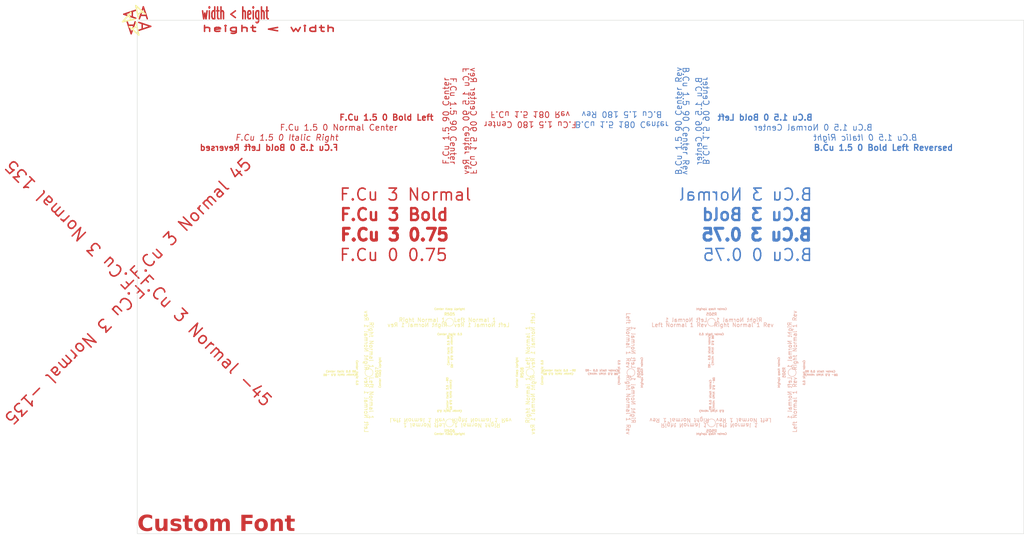
<source format=kicad_pcb>
(kicad_pcb (version 20221018) (generator pcbnew)
  (layers (0 "F.Cu" signal) (31 "B.Cu" signal) (34 "B.Paste" user) (35 "F.Paste" user) (36 "B.SilkS" user "B.Silkscreen") (37 "F.SilkS" user "F.Silkscreen") (38 "B.Mask" user) (39 "F.Mask" user) (44 "Edge.Cuts" user))
  (net 0 "")
  (footprint "winterbloom:R_0402_HandSolder" (layer "F.Cu") (at 27.94 76.2 180)
    (fp_text reference "R506" (at 0 -2.032) (layer "F.SilkS") (effects (font (size 0.7 0.7))))
    (fp_text value "10k")
    (fp_text user "Center Keep Upright" (at 0 -3.048) (layer "F.SilkS") (effects (font (size 0.5 0.5) (thickness 0.125)) (justify bottom)))
    (fp_text user "Center Italic 0.5 90" (at 0 7.112 270 unlocked) (layer "F.SilkS") (effects (font (size 0.5 0.5) (thickness 0.125) italic) (justify bottom)))
    (fp_text user "Center Italic 0.5 -90" (at 0.254 7.366 90 unlocked) (layer "F.SilkS") (effects (font (size 0.5 0.5) (thickness 0.125) italic) (justify bottom)))
    (fp_text user "Left Normal 1" (at 1 0 180 unlocked) (layer "F.SilkS") (effects (justify left bottom)))
    (fp_text user "Left Normal 1 Rev" (at 1.016 1.27 180 unlocked) (layer "F.SilkS") (effects (justify right bottom mirror)))
    (fp_text user "Right Normal 1" (at -1 0 180 unlocked) (layer "F.SilkS") (effects (justify right bottom)))
    (fp_text user "Center Italic 0.5" (at 0 3.302 180 unlocked) (layer "F.SilkS") (effects (font (size 0.5 0.5) (thickness 0.125) italic) (justify bottom)))
    (fp_text user "Right Normal 1 Rev" (at -15.748 1.27 180 unlocked) (layer "F.SilkS") (effects (justify right bottom mirror)))
    (fp_circle (center 0 0) (end 1 0) (stroke (width 0.12)) (fill none) (layer "F.SilkS"))
  )
  (footprint "winterbloom:R_0402_HandSolder" (layer "F.Cu") (at 48.26 63.5 90)
    (fp_text reference "R508" (at 0 -2.032 90) (layer "F.SilkS") (effects (font (size 0.7 0.7))))
    (fp_text value "10k")
    (fp_text user "Center Italic 0.5" (at 0 3.302 90 unlocked) (layer "F.SilkS") (effects (font (size 0.5 0.5) (thickness 0.125) italic) (justify bottom)))
    (fp_text user "Left Normal 1" (at 1 0 90 unlocked) (layer "F.SilkS") (effects (justify left bottom)))
    (fp_text user "Center Italic 0.5 90" (at 0 7.112 180 unlocked) (layer "F.SilkS") (effects (font (size 0.5 0.5) (thickness 0.125) italic) (justify bottom)))
    (fp_text user "Center Italic 0.5 -90" (at 0.254 7.366 unlocked) (layer "F.SilkS") (effects (font (size 0.5 0.5) (thickness 0.125) italic) (justify bottom)))
    (fp_text user "Left Normal 1 Rev" (at 1.016 1.27 90 unlocked) (layer "F.SilkS") (effects (justify right bottom mirror)))
    (fp_text user "Right Normal 1 Rev" (at -15.748 1.27 90 unlocked) (layer "F.SilkS") (effects (justify right bottom mirror)))
    (fp_text user "Right Normal 1" (at -1 0 90 unlocked) (layer "F.SilkS") (effects (justify right bottom)))
    (fp_text user "Center Keep Upright" (at 0 -3.048 90) (layer "F.SilkS") (effects (font (size 0.5 0.5) (thickness 0.125)) (justify bottom)))
    (fp_circle (center 0 0) (end 1 0) (stroke (width 0.12)) (fill none) (layer "F.SilkS"))
  )
  (footprint "winterbloom:R_0402_HandSolder" (layer "F.Cu") (at 27.94 50.8)
    (fp_text reference "R505" (at 0 -2.032) (layer "F.SilkS") (effects (font (size 0.7 0.7))))
    (fp_text value "10k")
    (fp_text user "Center Italic 0.5 90" (at 0 7.112 90 unlocked) (layer "F.SilkS") (effects (font (size 0.5 0.5) (thickness 0.125) italic) (justify bottom)))
    (fp_text user "Left Normal 1" (at 1 0 unlocked) (layer "F.SilkS") (effects (justify left bottom)))
    (fp_text user "Right Normal 1 Rev" (at -15.748 1.27 unlocked) (layer "F.SilkS") (effects (justify right bottom mirror)))
    (fp_text user "Center Italic 0.5 -90" (at 0.254 7.366 270 unlocked) (layer "F.SilkS") (effects (font (size 0.5 0.5) (thickness 0.125) italic) (justify bottom)))
    (fp_text user "Right Normal 1" (at -1 0 unlocked) (layer "F.SilkS") (effects (justify right bottom)))
    (fp_text user "Center Keep Upright" (at 0 -3.048) (layer "F.SilkS") (effects (font (size 0.5 0.5) (thickness 0.125)) (justify bottom)))
    (fp_text user "Left Normal 1 Rev" (at 1.016 1.27 unlocked) (layer "F.SilkS") (effects (justify right bottom mirror)))
    (fp_text user "Center Italic 0.5" (at 0 3.302 unlocked) (layer "F.SilkS") (effects (font (size 0.5 0.5) (thickness 0.125) italic) (justify bottom)))
    (fp_circle (center 0 0) (end 1 0) (stroke (width 0.12)) (fill none) (layer "F.SilkS"))
  )
  (footprint "winterbloom:R_0402_HandSolder" (layer "F.Cu") (at 7.62 63.5 -90)
    (fp_text reference "R507" (at 0 -2.032 90) (layer "F.SilkS") (effects (font (size 0.7 0.7))))
    (fp_text value "10k")
    (fp_text user "Left Normal 1" (at 1 0 -90 unlocked) (layer "F.SilkS") (effects (justify left bottom)))
    (fp_text user "Center Italic 0.5 90" (at 0 7.112 unlocked) (layer "F.SilkS") (effects (font (size 0.5 0.5) (thickness 0.125) italic) (justify bottom)))
    (fp_text user "Center Italic 0.5" (at 0 3.302 -90 unlocked) (layer "F.SilkS") (effects (font (size 0.5 0.5) (thickness 0.125) italic) (justify bottom)))
    (fp_text user "Center Keep Upright" (at 0 -3.048 90) (layer "F.SilkS") (effects (font (size 0.5 0.5) (thickness 0.125)) (justify bottom)))
    (fp_text user "Left Normal 1 Rev" (at 1.016 1.27 -90 unlocked) (layer "F.SilkS") (effects (justify right bottom mirror)))
    (fp_text user "Right Normal 1" (at -1 0 -90 unlocked) (layer "F.SilkS") (effects (justify right bottom)))
    (fp_text user "Right Normal 1 Rev" (at -15.748 1.27 -90 unlocked) (layer "F.SilkS") (effects (justify right bottom mirror)))
    (fp_text user "Center Italic 0.5 -90" (at 0.254 7.366 -180 unlocked) (layer "F.SilkS") (effects (font (size 0.5 0.5) (thickness 0.125) italic) (justify bottom)))
    (fp_circle (center 0 0) (end 1 0) (stroke (width 0.12)) (fill none) (layer "F.SilkS"))
  )
  (footprint "winterbloom:R_0402_HandSolder" (layer "B.Cu") (at 93.98 50.8 180)
    (fp_text reference "R505" (at 0 2.032) (layer "B.SilkS") (effects (font (size 0.7 0.7)) (justify mirror)))
    (fp_text value "10k")
    (fp_text user "Right Normal 1 Rev" (at -15.748 -1.27 unlocked) (layer "B.SilkS") (effects (justify right bottom)))
    (fp_text user "Left Normal 1 Rev" (at 1.016 -1.27 unlocked) (layer "B.SilkS") (effects (justify right bottom)))
    (fp_text user "Center Italic 0.5 90" (at 0 -7.112 270 unlocked) (layer "B.SilkS") (effects (font (size 0.5 0.5) (thickness 0.125) italic) (justify bottom mirror)))
    (fp_text user "Left Normal 1" (at 1 0 unlocked) (layer "B.SilkS") (effects (justify left bottom mirror)))
    (fp_text user "Center Italic 0.5" (at 0 -3.302 unlocked) (layer "B.SilkS") (effects (font (size 0.5 0.5) (thickness 0.125) italic) (justify bottom mirror)))
    (fp_text user "Center Keep Upright" (at 0 3.048) (layer "B.SilkS") (effects (font (size 0.5 0.5) (thickness 0.125)) (justify bottom mirror)))
    (fp_text user "Center Italic 0.5 -90" (at 0.254 -7.366 90 unlocked) (layer "B.SilkS") (effects (font (size 0.5 0.5) (thickness 0.125) italic) (justify bottom mirror)))
    (fp_text user "Right Normal 1" (at -1 0 unlocked) (layer "B.SilkS") (effects (justify right bottom mirror)))
    (fp_circle (center 0 0) (end 1 0) (stroke (width 0.12)) (fill none) (layer "B.SilkS"))
  )
  (footprint "winterbloom:R_0402_HandSolder" (layer "B.Cu") (at 73.66 63.5 90)
    (fp_text reference "R505" (at 0 2.032 90) (layer "B.SilkS") (effects (font (size 0.7 0.7)) (justify mirror)))
    (fp_text value "10k")
    (fp_text user "Center Italic 0.5 90" (at 0 -7.112 180 unlocked) (layer "B.SilkS") (effects (font (size 0.5 0.5) (thickness 0.125) italic) (justify bottom mirror)))
    (fp_text user "Center Italic 0.5" (at 0 -3.302 270 unlocked) (layer "B.SilkS") (effects (font (size 0.5 0.5) (thickness 0.125) italic) (justify bottom mirror)))
    (fp_text user "Left Normal 1" (at 1 0 270 unlocked) (layer "B.SilkS") (effects (justify left bottom mirror)))
    (fp_text user "Center Keep Upright" (at 0 3.048 90) (layer "B.SilkS") (effects (font (size 0.5 0.5) (thickness 0.125)) (justify bottom mirror)))
    (fp_text user "Center Italic 0.5 -90" (at 0.254 -7.366 unlocked) (layer "B.SilkS") (effects (font (size 0.5 0.5) (thickness 0.125) italic) (justify bottom mirror)))
    (fp_text user "Right Normal 1 Rev" (at -15.748 -1.27 270 unlocked) (layer "B.SilkS") (effects (justify right bottom)))
    (fp_text user "Left Normal 1 Rev" (at 1.016 -1.27 270 unlocked) (layer "B.SilkS") (effects (justify right bottom)))
    (fp_text user "Right Normal 1" (at -1 0 270 unlocked) (layer "B.SilkS") (effects (justify right bottom mirror)))
    (fp_circle (center 0 0) (end 1 0) (stroke (width 0.12)) (fill none) (layer "B.SilkS"))
  )
  (footprint "winterbloom:R_0402_HandSolder" (layer "B.Cu") (at 93.98 76.2)
    (fp_text reference "R505" (at 0 2.032) (layer "B.SilkS") (effects (font (size 0.7 0.7)) (justify mirror)))
    (fp_text value "10k")
    (fp_text user "Center Keep Upright" (at 0 3.048) (layer "B.SilkS") (effects (font (size 0.5 0.5) (thickness 0.125)) (justify bottom mirror)))
    (fp_text user "Right Normal 1" (at -1 0 180 unlocked) (layer "B.SilkS") (effects (justify right bottom mirror)))
    (fp_text user "Center Italic 0.5 90" (at 0 -7.112 90 unlocked) (layer "B.SilkS") (effects (font (size 0.5 0.5) (thickness 0.125) italic) (justify bottom mirror)))
    (fp_text user "Left Normal 1" (at 1 0 180 unlocked) (layer "B.SilkS") (effects (justify left bottom mirror)))
    (fp_text user "Center Italic 0.5" (at 0 -3.302 180 unlocked) (layer "B.SilkS") (effects (font (size 0.5 0.5) (thickness 0.125) italic) (justify bottom mirror)))
    (fp_text user "Center Italic 0.5 -90" (at 0.254 -7.366 270 unlocked) (layer "B.SilkS") (effects (font (size 0.5 0.5) (thickness 0.125) italic) (justify bottom mirror)))
    (fp_text user "Left Normal 1 Rev" (at 1.016 -1.27 180 unlocked) (layer "B.SilkS") (effects (justify right bottom)))
    (fp_text user "Right Normal 1 Rev" (at -15.748 -1.27 180 unlocked) (layer "B.SilkS") (effects (justify right bottom)))
    (fp_circle (center 0 0) (end 1 0) (stroke (width 0.12)) (fill none) (layer "B.SilkS"))
  )
  (footprint "winterbloom:R_0402_HandSolder" (layer "B.Cu") (at 114.3 63.5 -90)
    (fp_text reference "R505" (at 0 2.032 90) (layer "B.SilkS") (effects (font (size 0.7 0.7)) (justify mirror)))
    (fp_text value "10k")
    (fp_text user "Right Normal 1 Rev" (at -15.748 -1.27 90 unlocked) (layer "B.SilkS") (effects (justify right bottom)))
    (fp_text user "Center Keep Upright" (at 0 3.048 90) (layer "B.SilkS") (effects (font (size 0.5 0.5) (thickness 0.125)) (justify bottom mirror)))
    (fp_text user "Center Italic 0.5" (at 0 -3.302 90 unlocked) (layer "B.SilkS") (effects (font (size 0.5 0.5) (thickness 0.125) italic) (justify bottom mirror)))
    (fp_text user "Left Normal 1 Rev" (at 1.016 -1.27 90 unlocked) (layer "B.SilkS") (effects (justify right bottom)))
    (fp_text user "Left Normal 1" (at 1 0 90 unlocked) (layer "B.SilkS") (effects (justify left bottom mirror)))
    (fp_text user "Center Italic 0.5 90" (at 0 -7.112 unlocked) (layer "B.SilkS") (effects (font (size 0.5 0.5) (thickness 0.125) italic) (justify bottom mirror)))
    (fp_text user "Right Normal 1" (at -1 0 90 unlocked) (layer "B.SilkS") (effects (justify right bottom mirror)))
    (fp_text user "Center Italic 0.5 -90" (at 0.254 -7.366 180 unlocked) (layer "B.SilkS") (effects (font (size 0.5 0.5) (thickness 0.125) italic) (justify bottom mirror)))
    (fp_circle (center 0 0) (end 1 0) (stroke (width 0.12)) (fill none) (layer "B.SilkS"))
  )
  (gr_rect (start -50.8 -25.4) (end 172.72 104.14) (stroke (width 0.1)) (fill none) (layer "Edge.Cuts"))
  (gr_text "F.Cu 1.5 90 Center" (at 27.94 0 270) (layer "F.Cu") (effects (font (size 1.5 1.5) (thickness 0.1875)) (justify bottom)))
  (gr_text "A" (at -50.8 -25.4) (layer "F.Cu") (effects (font (size 3 3) (thickness 0.375)) (justify left bottom)))
  (gr_text "F.Cu 1.5 0 Bold Left Reversed" (at 0 7.62) (layer "F.Cu") (effects (font (size 1.5 1.5) (thickness 0.3) bold) (justify left bottom mirror)))
  (gr_text "A" (at -50.8 -25.4 270) (layer "F.Cu") (effects (font (size 3 3) (thickness 0.375)) (justify left bottom)))
  (gr_text "F.Cu 1.5 0 Bold Left" (at 0 0) (layer "F.Cu") (effects (font (size 1.5 1.5) (thickness 0.3) bold) (justify left bottom)))
  (gr_text "F.Cu 1.5 0 Normal Center" (at 0 2.54) (layer "F.Cu") (effects (font (size 1.5 1.5) (thickness 0.1875)) (justify bottom)))
  (gr_text "F.Cu 1.5 90 Center" (at 27.94 0 90) (layer "F.Cu") (effects (font (size 1.5 1.5) (thickness 0.1875)) (justify bottom)))
  (gr_text "F.Cu 1.5 90 Center Rev" (at 33.02 0 270) (layer "F.Cu") (effects (font (size 1.5 1.5) (thickness 0.1875)) (justify bottom mirror)))
  (gr_text "F.Cu 3 Bold" (at 0 25.4) (layer "F.Cu") (effects (font (size 3 3) (thickness 0.6) bold) (justify left bottom)))
  (gr_text "F.Cu 1.5 180 Rev" (at 48.26 -2.54 180) (layer "F.Cu") (effects (font (size 1.5 1.5) (thickness 0.1875)) (justify bottom mirror)))
  (gr_text "F.Cu 3 Normal -135" (at -50.8 40.64 225) (layer "F.Cu") (effects (font (size 3 3) (thickness 0.375)) (justify left bottom)))
  (gr_text "A" (at -50.8 -25.4 90) (layer "F.Cu") (effects (font (size 3 3) (thickness 0.375)) (justify left bottom)))
  (gr_text "width < height" (at -34.8 -25.4) (layer "F.Cu") (effects (font (size 3 1.5) (thickness 0.375)) (justify left bottom)))
  (gr_text "F.Cu 3 0.75" (at 0 30.48) (layer "F.Cu") (effects (font (size 3 3) (thickness 0.75) bold) (justify left bottom)))
  (gr_text "F.Cu 3 Normal" (at 0 20.32) (layer "F.Cu") (effects (font (size 3 3) (thickness 0.375)) (justify left bottom)))
  (gr_text "A" (at -50.8 -25.4 180) (layer "F.Cu") (effects (font (size 3 3) (thickness 0.375)) (justify left bottom)))
  (gr_text "F.Cu 1.5 90 Center Rev" (at 33.02 0 90) (layer "F.Cu") (effects (font (size 1.5 1.5) (thickness 0.1875)) (justify bottom mirror)))
  (gr_text "F.Cu 3 Normal 135" (at -50.8 40.64 135) (layer "F.Cu") (effects (font (size 3 3) (thickness 0.375)) (justify left bottom)))
  (gr_text "F.Cu 1.5 180 Center" (at 48.26 0 180) (layer "F.Cu") (effects (font (size 1.5 1.5) (thickness 0.1875)) (justify bottom)))
  (gr_text "F.Cu 1.5 0 Italic Right" (at 0 5.08) (layer "F.Cu") (effects (font (size 1.5 1.5) (thickness 0.1875) italic) (justify right bottom)))
  (gr_text "height < width" (at -34.8 -22.4) (layer "F.Cu") (effects (font (size 1.5 3) (thickness 0.375)) (justify left bottom)))
  (gr_text "F.Cu 3 Normal 45" (at -50.8 40.64 45) (layer "F.Cu") (effects (font (size 3 3) (thickness 0.375)) (justify left bottom)))
  (gr_text "F.Cu 0 0.75" (at 0 35.56) (layer "F.Cu") (effects (font (size 3 3)) (justify left bottom)))
  (gr_text "Custom Font" (at -50.8 104.14) (layer "F.Cu") (effects (font (size 4 4) (thickness 0.3) bold italic) (justify left bottom)))
  (gr_text "F.Cu 3 Normal -45" (at -50.8 40.64 315) (layer "F.Cu") (effects (font (size 3 3) (thickness 0.375)) (justify left bottom)))
  (gr_text "B.Cu 1.5 0 Bold Left Reversed" (at 119.617232 7.62) (layer "B.Cu") (effects (font (size 1.5 1.5) (thickness 0.3) bold) (justify left bottom)))
  (gr_text "B.Cu 1.5 180 Rev" (at 71.357232 -2.54 180) (layer "B.Cu") (effects (font (size 1.5 1.5) (thickness 0.1875)) (justify bottom)))
  (gr_text "B.Cu 0 0.75" (at 119.617232 35.56) (layer "B.Cu") (effects (font (size 3 3)) (justify left bottom mirror)))
  (gr_text "B.Cu 1.5 90 Center" (at 91.677232 0 90) (layer "B.Cu") (effects (font (size 1.5 1.5) (thickness 0.1875)) (justify bottom mirror)))
  (gr_text "B.Cu 3 Normal" (at 119.617232 20.32) (layer "B.Cu") (effects (font (size 3 3) (thickness 0.375)) (justify left bottom mirror)))
  (gr_text "B.Cu 1.5 0 Italic Right" (at 119.617232 5.08) (layer "B.Cu") (effects (font (size 1.5 1.5) (thickness 0.1875) italic) (justify right bottom mirror)))
  (gr_text "B.Cu 1.5 0 Bold Left" (at 119.617232 0) (layer "B.Cu") (effects (font (size 1.5 1.5) (thickness 0.3) bold) (justify left bottom mirror)))
  (gr_text "B.Cu 1.5 90 Center Rev" (at 86.597232 0 90) (layer "B.Cu") (effects (font (size 1.5 1.5) (thickness 0.1875)) (justify bottom)))
  (gr_text "B.Cu 1.5 90 Center Rev" (at 86.597232 0 270) (layer "B.Cu") (effects (font (size 1.5 1.5) (thickness 0.1875)) (justify bottom)))
  (gr_text "B.Cu 1.5 180 Center" (at 71.357232 0 180) (layer "B.Cu") (effects (font (size 1.5 1.5) (thickness 0.1875)) (justify bottom mirror)))
  (gr_text "B.Cu 1.5 90 Center" (at 91.677232 0 270) (layer "B.Cu") (effects (font (size 1.5 1.5) (thickness 0.1875)) (justify bottom mirror)))
  (gr_text "B.Cu 3 Bold" (at 119.617232 25.4) (layer "B.Cu") (effects (font (size 3 3) (thickness 0.6) bold) (justify left bottom mirror)))
  (gr_text "B.Cu 1.5 0 Normal Center" (at 119.617232 2.54) (layer "B.Cu") (effects (font (size 1.5 1.5) (thickness 0.1875)) (justify bottom mirror)))
  (gr_text "B.Cu 3 0.75" (at 119.617232 30.48) (layer "B.Cu") (effects (font (size 3 3) (thickness 0.75) bold) (justify left bottom mirror)))
  (gr_text "A" (at -50.8 -25.4 120) (layer "F.SilkS") (effects (font (size 3 3) (thickness 0.375)) (justify left bottom)))
  (gr_text "A" (at -50.8 -25.4 210) (layer "F.SilkS") (effects (font (size 3 3) (thickness 0.375)) (justify left bottom)))
  (gr_text "A" (at -50.8 -25.4 30) (layer "F.SilkS") (effects (font (size 3 3) (thickness 0.375)) (justify left bottom)))
)
</source>
